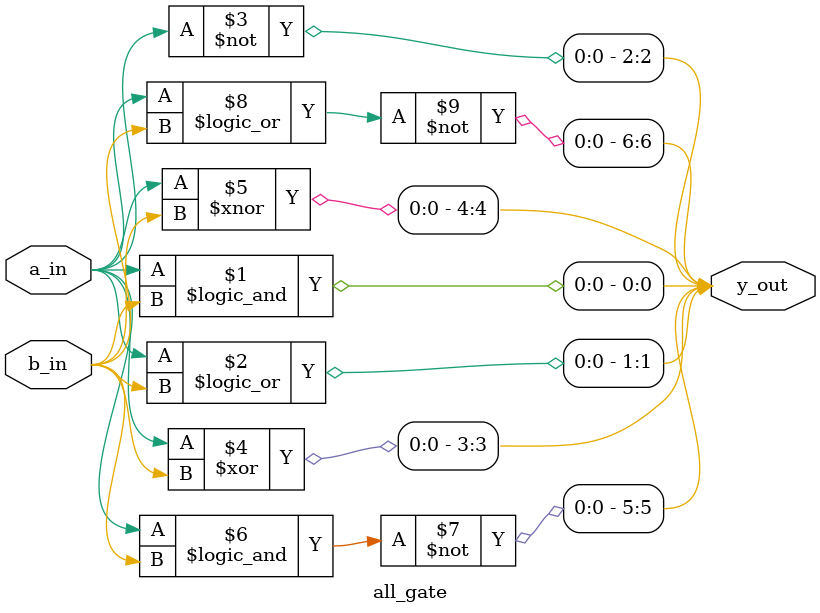
<source format=v>
`timescale 1ns / 1ps


module all_gate(  input a_in,
                  input b_in,
                  output [6:0]y_out
                  );
                  
 assign y_out[0] = a_in && b_in;
 assign y_out[1] = a_in || b_in;
 assign y_out[2] = ~(a_in);
 assign y_out[3] = a_in ^ b_in;
 assign y_out[4] = a_in ~^ b_in;
 assign y_out[5] = ~(a_in && b_in);
 assign y_out[6] = ~(a_in || b_in);
  
endmodule

</source>
